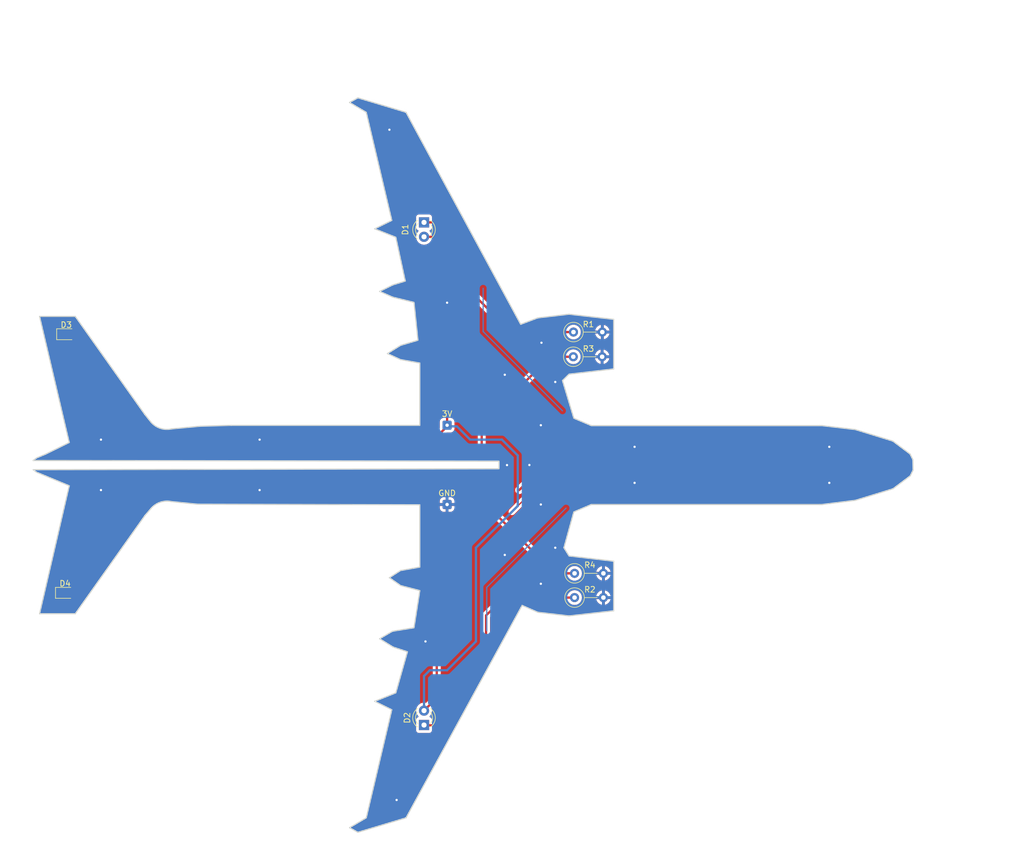
<source format=kicad_pcb>
(kicad_pcb (version 20221018) (generator pcbnew)
  (layers (0 "F.Cu" signal) (31 "B.Cu" signal) (34 "B.Paste" user) (35 "F.Paste" user) (36 "B.SilkS" user "B.Silkscreen") (37 "F.SilkS" user "F.Silkscreen") (38 "B.Mask" user) (39 "F.Mask" user) (44 "Edge.Cuts" user))
  (net 0 "")
  (net 1 "GND")
  (net 2 "+3V0")
  (net 3 "Net-(D1-K)")
  (net 4 "Net-(D2-K)")
  (net 5 "Net-(D4-K)")
  (net 6 "Net-(D3-K)")
  (footprint "Resistor_THT:R_Axial_DIN0309_L9.0mm_D3.2mm_P5.08mm_Vertical" (layer "F.Cu") (at 121.285 103.505)
    (fp_text reference "R3" (at 2.667 -1.397) (layer "F.SilkS"))
    (fp_text value "RC0201FR-0710KL" hide)
    (fp_line (start 1.72 0) (end 3.98 0) (stroke (width 0.12)) (layer "F.SilkS"))
    (fp_circle (center 0 0) (end 1.72 0) (stroke (width 0.12)) (fill none) (layer "F.SilkS"))
    (pad "1" thru_hole circle (at 0 0) (size 1.6 1.6) (drill 0.8) (layers "*.Cu" "*.Mask") (net 6 "Net-(D3-K)"))
    (pad "2" thru_hole oval (at 5.08 0) (size 1.6 1.6) (drill 0.8) (layers "*.Cu" "*.Mask") (net 1 "GND"))
  )
  (footprint "LED_THT:LED_D3.0mm_IRBlack" (layer "F.Cu") (at 94.996 168.402 90)
    (fp_text reference "D2" (at 1.27 -2.96 90) (layer "F.SilkS"))
    (fp_text value "TSAL4400" hide)
    (fp_line (start -0.29 -1.236) (end -0.29 -1.08) (stroke (width 0.12)) (layer "F.SilkS"))
    (fp_line (start -0.29 1.08) (end -0.29 1.236) (stroke (width 0.12)) (layer "F.SilkS"))
    (fp_arc (start -0.29 -1.235516) (mid 1.366487 -1.987659) (end 2.942335 -1.078608) (stroke (width 0.12)) (layer "F.SilkS"))
    (fp_arc (start 0.229039 -1.08) (mid 1.270117 -1.5) (end 2.31113 -1.079837) (stroke (width 0.12)) (layer "F.SilkS"))
    (fp_arc (start 2.31113 1.079837) (mid 1.270117 1.5) (end 0.229039 1.08) (stroke (width 0.12)) (layer "F.SilkS"))
    (fp_arc (start 2.942335 1.078608) (mid 1.366487 1.987659) (end -0.29 1.235516) (stroke (width 0.12)) (layer "F.SilkS"))
    (pad "1" thru_hole rect (at 0 0 90) (size 1.8 1.8) (drill 0.9) (layers "*.Cu" "*.Mask") (net 4 "Net-(D2-K)"))
    (pad "2" thru_hole circle (at 2.54 0 90) (size 1.8 1.8) (drill 0.9) (layers "*.Cu" "*.Mask") (net 2 "+3V0"))
  )
  (footprint "Connector_Wire:SolderWire-0.1sqmm_1x01_D0.4mm_OD1mm" (layer "F.Cu") (at 99.06 115.57)
    (fp_text reference "3V" (at 0 -2) (layer "F.SilkS"))
    (fp_text value "3v")
    (pad "1" thru_hole roundrect (at 0 0) (size 1.6 1.6) (drill 0.6) (layers "*.Cu" "*.Mask") (roundrect_rratio 0.15625) (net 2 "+3V0"))
  )
  (footprint "Resistor_THT:R_Axial_DIN0309_L9.0mm_D3.2mm_P5.08mm_Vertical" (layer "F.Cu") (at 121.506638 145.943629)
    (fp_text reference "R2" (at 2.699362 -1.417629) (layer "F.SilkS"))
    (fp_text value "RC0201FR-0710KL" hide)
    (fp_line (start 1.72 0) (end 3.98 0) (stroke (width 0.12)) (layer "F.SilkS"))
    (fp_circle (center 0 0) (end 1.72 0) (stroke (width 0.12)) (fill none) (layer "F.SilkS"))
    (pad "1" thru_hole circle (at 0 0) (size 1.6 1.6) (drill 0.8) (layers "*.Cu" "*.Mask") (net 4 "Net-(D2-K)"))
    (pad "2" thru_hole oval (at 5.08 0) (size 1.6 1.6) (drill 0.8) (layers "*.Cu" "*.Mask") (net 1 "GND"))
  )
  (footprint "Connector_Wire:SolderWire-0.1sqmm_1x01_D0.4mm_OD1mm" (layer "F.Cu") (at 99.06 129.54)
    (fp_text reference "GND" (at 0 -2) (layer "F.SilkS"))
    (fp_text value "GND")
    (pad "1" thru_hole roundrect (at 0 0) (size 1.6 1.6) (drill 0.6) (layers "*.Cu" "*.Mask") (roundrect_rratio 0.15625) (net 1 "GND"))
  )
  (footprint "Resistor_THT:R_Axial_DIN0309_L9.0mm_D3.2mm_P5.08mm_Vertical" (layer "F.Cu") (at 121.316161 99.155088)
    (fp_text reference "R1" (at 2.635839 -1.365088) (layer "F.SilkS"))
    (fp_text value "RC0201FR-0710KL" hide)
    (fp_line (start 1.72 0) (end 3.98 0) (stroke (width 0.12)) (layer "F.SilkS"))
    (fp_circle (center 0 0) (end 1.72 0) (stroke (width 0.12)) (fill none) (layer "F.SilkS"))
    (pad "1" thru_hole circle (at 0 0) (size 1.6 1.6) (drill 0.8) (layers "*.Cu" "*.Mask") (net 3 "Net-(D1-K)"))
    (pad "2" thru_hole oval (at 5.08 0) (size 1.6 1.6) (drill 0.8) (layers "*.Cu" "*.Mask") (net 1 "GND"))
  )
  (footprint "LED_SMD:LED_0805_2012Metric" (layer "F.Cu") (at 31.989381 99.535908)
    (fp_text reference "D3" (at 0 -1.65) (layer "F.SilkS"))
    (fp_text value "LED")
    (fp_line (start -1.685 -0.96) (end -1.685 0.96) (stroke (width 0.12)) (layer "F.SilkS"))
    (fp_line (start -1.685 0.96) (end 1 0.96) (stroke (width 0.12)) (layer "F.SilkS"))
    (fp_line (start 1 -0.96) (end -1.685 -0.96) (stroke (width 0.12)) (layer "F.SilkS"))
    (pad "1" smd roundrect (at -0.9375 0) (size 0.975 1.4) (layers "F.Cu" "F.Paste" "F.Mask") (net 6 "Net-(D3-K)"))
    (pad "2" smd roundrect (at 0.9375 0) (size 0.975 1.4) (layers "F.Cu" "F.Paste" "F.Mask") (net 2 "+3V0"))
  )
  (footprint "LED_SMD:LED_0805_2012Metric" (layer "F.Cu") (at 31.783443 145.111608)
    (fp_text reference "D4" (at 0 -1.65) (layer "F.SilkS"))
    (fp_text value "LED")
    (fp_line (start -1.685 -0.96) (end -1.685 0.96) (stroke (width 0.12)) (layer "F.SilkS"))
    (fp_line (start -1.685 0.96) (end 1 0.96) (stroke (width 0.12)) (layer "F.SilkS"))
    (fp_line (start 1 -0.96) (end -1.685 -0.96) (stroke (width 0.12)) (layer "F.SilkS"))
    (pad "1" smd roundrect (at -0.9375 0) (size 0.975 1.4) (layers "F.Cu" "F.Paste" "F.Mask") (net 5 "Net-(D4-K)"))
    (pad "2" smd roundrect (at 0.9375 0) (size 0.975 1.4) (layers "F.Cu" "F.Paste" "F.Mask") (net 2 "+3V0"))
  )
  (footprint "LED_THT:LED_D3.0mm_IRBlack" (layer "F.Cu") (at 94.996 79.827895 -90)
    (fp_text reference "D1" (at 1.27 3.302 90) (layer "F.SilkS"))
    (fp_text value "TSAL4400" hide)
    (fp_line (start -0.29 -1.236) (end -0.29 -1.08) (stroke (width 0.12)) (layer "F.SilkS"))
    (fp_line (start -0.29 1.08) (end -0.29 1.236) (stroke (width 0.12)) (layer "F.SilkS"))
    (fp_arc (start -0.29 -1.235516) (mid 1.366487 -1.987659) (end 2.942335 -1.078608) (stroke (width 0.12)) (layer "F.SilkS"))
    (fp_arc (start 0.229039 -1.08) (mid 1.270117 -1.5) (end 2.31113 -1.079837) (stroke (width 0.12)) (layer "F.SilkS"))
    (fp_arc (start 2.31113 1.079837) (mid 1.270117 1.5) (end 0.229039 1.08) (stroke (width 0.12)) (layer "F.SilkS"))
    (fp_arc (start 2.942335 1.078608) (mid 1.366487 1.987659) (end -0.29 1.235516) (stroke (width 0.12)) (layer "F.SilkS"))
    (pad "1" thru_hole rect (at 0 0 270) (size 1.8 1.8) (drill 0.9) (layers "*.Cu" "*.Mask") (net 3 "Net-(D1-K)"))
    (pad "2" thru_hole circle (at 2.54 0 270) (size 1.8 1.8) (drill 0.9) (layers "*.Cu" "*.Mask") (net 2 "+3V0"))
  )
  (footprint "Resistor_THT:R_Axial_DIN0309_L9.0mm_D3.2mm_P5.08mm_Vertical" (layer "F.Cu") (at 121.506789 141.673385)
    (fp_text reference "R4" (at 2.699211 -1.465385) (layer "F.SilkS"))
    (fp_text value "RC0201FR-0710KL" hide)
    (fp_line (start 1.72 0) (end 3.98 0) (stroke (width 0.12)) (layer "F.SilkS"))
    (fp_circle (center 0 0) (end 1.72 0) (stroke (width 0.12)) (fill none) (layer "F.SilkS"))
    (pad "1" thru_hole circle (at 0 0) (size 1.6 1.6) (drill 0.8) (layers "*.Cu" "*.Mask") (net 5 "Net-(D4-K)"))
    (pad "2" thru_hole oval (at 5.08 0) (size 1.6 1.6) (drill 0.8) (layers "*.Cu" "*.Mask") (net 1 "GND"))
  )
  (gr_line (start 86.312092 164.21905) (end 90.024649 162.737028) (stroke (width 0.2)) (layer "Edge.Cuts"))
  (gr_line (start 46.916972 115.043151) (end 45.831089 113.686831) (stroke (width 0.2)) (layer "Edge.Cuts"))
  (gr_line (start 32.512 126.238) (end 28.402318 124.532936) (stroke (width 0.2)) (layer "Edge.Cuts"))
  (gr_arc (start 50.525603 116.214018) (mid 48.562283 116.118639) (end 46.916972 115.043151) (stroke (width 0.2)) (layer "Edge.Cuts"))
  (gr_line (start 92.077219 155.489773) (end 89.555812 154.663441) (stroke (width 0.2)) (layer "Edge.Cuts"))
  (gr_line (start 94.247102 140.568975) (end 90.863321 141.174758) (stroke (width 0.2)) (layer "Edge.Cuts"))
  (gr_line (start 27.287262 96.396927) (end 32.512 118.618) (stroke (width 0.2)) (layer "Edge.Cuts"))
  (gr_curve (pts (xy 164.697634 129.54) (xy 164.830727 129.540327) (xy 164.963611 129.539966) (xy 165.096288 129.538916)) (stroke (width 0.2)) (layer "Edge.Cuts"))
  (gr_line (start 87.185043 91.988622) (end 89.492553 93.007027) (stroke (width 0.2)) (layer "Edge.Cuts"))
  (gr_line (start 94.253433 144.713848) (end 90.882118 143.829413) (stroke (width 0.2)) (layer "Edge.Cuts"))
  (gr_line (start 55.118001 129.491059) (end 50.546 129.032001) (stroke (width 0.2)) (layer "Edge.Cuts"))
  (gr_line (start 177.575568 126.770453) (end 170.971568 128.802453) (stroke (width 0.2)) (layer "Edge.Cuts"))
  (gr_line (start 81.884685 58.695198) (end 84.820409 60.429945) (stroke (width 0.2)) (layer "Edge.Cuts"))
  (gr_line (start 112.014 97.79) (end 115.027402 96.656729) (stroke (width 0.2)) (layer "Edge.Cuts"))
  (gr_line (start 87.185043 153.196285) (end 89.555812 154.663441) (stroke (width 0.2)) (layer "Edge.Cuts"))
  (gr_line (start 128.394056 105.65281) (end 120.525945 106.578618) (stroke (width 0.2)) (layer "Edge.Cuts"))
  (gr_line (start 88.550214 102.947322) (end 90.863321 104.01015) (stroke (width 0.2)) (layer "Edge.Cuts"))
  (gr_line (start 33.57337 96.396927) (end 45.831089 113.686831) (stroke (width 0.2)) (layer "Edge.Cuts"))
  (gr_line (start 27.287262 148.78798) (end 32.512 126.238) (stroke (width 0.2)) (layer "Edge.Cuts"))
  (gr_line (start 94.247102 104.615933) (end 90.863321 104.01015) (stroke (width 0.2)) (layer "Edge.Cuts"))
  (gr_line (start 94.247102 140.568975) (end 94.247102 129.592906) (stroke (width 0.2)) (layer "Edge.Cuts"))
  (gr_line (start 128.394056 139.532097) (end 120.525945 138.60629) (stroke (width 0.2)) (layer "Edge.Cuts"))
  (gr_line (start 128.394056 96.910465) (end 120.525945 96.009739) (stroke (width 0.2)) (layer "Edge.Cuts"))
  (gr_line (start 89.439217 151.874873) (end 93.227257 151.261013) (stroke (width 0.2)) (layer "Edge.Cuts"))
  (gr_line (start 83.352547 187.300799) (end 91.826116 184.754963) (stroke (width 0.2)) (layer "Edge.Cuts"))
  (gr_line (start 89.492553 90.847624) (end 91.694 90.17) (stroke (width 0.2)) (layer "Edge.Cuts"))
  (gr_line (start 27.287262 148.78798) (end 33.57337 148.78798) (stroke (width 0.2)) (layer "Edge.Cuts"))
  (gr_line (start 33.57337 148.78798) (end 45.831089 131.498077) (stroke (width 0.2)) (layer "Edge.Cuts"))
  (gr_line (start 181.131568 123.468453) (end 180.623568 124.484453) (stroke (width 0.2)) (layer "Edge.Cuts"))
  (gr_line (start 61.061644 115.592002) (end 55.614176 115.740306) (stroke (width 0.2)) (layer "Edge.Cuts"))
  (gr_line (start 89.322509 165.707617) (end 86.312092 164.21905) (stroke (width 0.2)) (layer "Edge.Cuts"))
  (gr_line (start 170.971568 128.802453) (end 165.096288 129.538916) (stroke (width 0.2)) (layer "Edge.Cuts"))
  (gr_line (start 94.247102 104.615933) (end 94.247102 115.592002) (stroke (width 0.2)) (layer "Edge.Cuts"))
  (gr_line (start 165.096288 115.645992) (end 170.942 116.332) (stroke (width 0.2)) (layer "Edge.Cuts"))
  (gr_line (start 32.512 118.618) (end 28.355295 120.665442) (stroke (width 0.2)) (layer "Edge.Cuts"))
  (gr_line (start 128.394056 148.274443) (end 128.394056 139.532097) (stroke (width 0.2)) (layer "Edge.Cuts"))
  (gr_line (start 84.820409 184.754963) (end 89.322509 165.707617) (stroke (width 0.2)) (layer "Edge.Cuts"))
  (gr_line (start 88.9 142.439987) (end 90.863321 141.174758) (stroke (width 0.2)) (layer "Edge.Cuts"))
  (gr_line (start 88.550214 102.947322) (end 90.863321 101.501108) (stroke (width 0.2)) (layer "Edge.Cuts"))
  (gr_line (start 112.268 147.32) (end 115.027402 148.528179) (stroke (width 0.2)) (layer "Edge.Cuts"))
  (gr_line (start 89.492553 90.847624) (end 87.185043 91.988622) (stroke (width 0.2)) (layer "Edge.Cuts"))
  (gr_line (start 28.355295 120.665442) (end 26.759484 121.331152) (stroke (width 0.2)) (layer "Edge.Cuts"))
  (gr_curve (pts (xy 164.697634 115.644907) (xy 164.830727 115.644581) (xy 164.963611 115.644942) (xy 165.096288 115.645992)) (stroke (width 0.2)) (layer "Edge.Cuts"))
  (gr_line (start 26.181779 123.40709) (end 108.198816 123.240546) (stroke (width 0.2)) (layer "Edge.Cuts"))
  (gr_line (start 27.287262 96.396927) (end 33.57337 96.396927) (stroke (width 0.2)) (layer "Edge.Cuts"))
  (gr_line (start 108.198816 123.240546) (end 108.199032 121.907174) (stroke (width 0.2)) (layer "Edge.Cuts"))
  (gr_line (start 181.102 121.666) (end 181.131568 123.468453) (stroke (width 0.2)) (layer "Edge.Cuts"))
  (gr_line (start 170.942 116.332) (end 177.546 118.364) (stroke (width 0.2)) (layer "Edge.Cuts"))
  (gr_line (start 46.937369 130.202868) (end 45.831089 131.498077) (stroke (width 0.2)) (layer "Edge.Cuts"))
  (gr_arc (start 46.937369 130.202868) (mid 48.58268 129.12738) (end 50.546 129.032001) (stroke (width 0.2)) (layer "Edge.Cuts"))
  (gr_line (start 55.614176 115.740306) (end 50.525603 116.214019) (stroke (width 0.2)) (layer "Edge.Cuts"))
  (gr_line (start 93.922839 100.593842) (end 93.227257 93.923895) (stroke (width 0.2)) (layer "Edge.Cuts"))
  (gr_line (start 115.027402 148.528179) (end 120.525945 149.175169) (stroke (width 0.2)) (layer "Edge.Cuts"))
  (gr_line (start 89.322509 79.477291) (end 86.312092 80.965858) (stroke (width 0.2)) (layer "Edge.Cuts"))
  (gr_line (start 90.024649 82.44788) (end 91.694 90.17) (stroke (width 0.2)) (layer "Edge.Cuts"))
  (gr_line (start 115.027402 96.656729) (end 120.525945 96.009739) (stroke (width 0.2)) (layer "Edge.Cuts"))
  (gr_line (start 81.884685 58.695198) (end 83.352547 57.884109) (stroke (width 0.2)) (layer "Edge.Cuts"))
  (gr_line (start 120.525945 138.60629) (end 119.634 137.16) (stroke (width 0.2)) (layer "Edge.Cuts"))
  (gr_line (start 26.74222 123.840408) (end 28.402318 124.532936) (stroke (width 0.2)) (layer "Edge.Cuts"))
  (gr_line (start 121.378831 114.338573) (end 124.46 115.644907) (stroke (width 0.2)) (layer "Edge.Cuts"))
  (gr_line (start 119.634 137.16) (end 121.378831 130.846335) (stroke (width 0.2)) (layer "Edge.Cuts"))
  (gr_line (start 81.884685 186.48971) (end 83.352547 187.300799) (stroke (width 0.2)) (layer "Edge.Cuts"))
  (gr_line (start 94.253433 144.713848) (end 93.227257 151.261013) (stroke (width 0.2)) (layer "Edge.Cuts"))
  (gr_line (start 91.826116 60.429945) (end 112.014 97.79) (stroke (width 0.2)) (layer "Edge.Cuts"))
  (gr_line (start 120.525945 149.175169) (end 128.394056 148.274443) (stroke (width 0.2)) (layer "Edge.Cuts"))
  (gr_line (start 26.759484 121.331152) (end 26.169787 121.78709) (stroke (width 0.2)) (layer "Edge.Cuts"))
  (gr_line (start 84.820409 60.429945) (end 89.322509 79.477291) (stroke (width 0.2)) (layer "Edge.Cuts"))
  (gr_line (start 128.394056 96.910465) (end 128.394056 105.65281) (stroke (width 0.2)) (layer "Edge.Cuts"))
  (gr_line (start 91.826116 184.754963) (end 112.268 147.32) (stroke (width 0.2)) (layer "Edge.Cuts"))
  (gr_line (start 89.439217 151.874873) (end 87.185043 153.196285) (stroke (width 0.2)) (layer "Edge.Cuts"))
  (gr_line (start 124.46 115.644907) (end 164.697634 115.644907) (stroke (width 0.2)) (layer "Edge.Cuts"))
  (gr_line (start 121.378831 114.338573) (end 119.38 107.696) (stroke (width 0.2)) (layer "Edge.Cuts"))
  (gr_line (start 89.492553 93.007027) (end 93.227257 93.923895) (stroke (width 0.2)) (layer "Edge.Cuts"))
  (gr_line (start 124.46 129.54) (end 164.697634 129.54) (stroke (width 0.2)) (layer "Edge.Cuts"))
  (gr_line (start 83.352547 57.884109) (end 91.826116 60.429945) (stroke (width 0.2)) (layer "Edge.Cuts"))
  (gr_line (start 26.181779 123.40709) (end 26.74222 123.840408) (stroke (width 0.2)) (layer "Edge.Cuts"))
  (gr_line (start 26.169787 121.78709) (end 108.199032 121.907174) (stroke (width 0.2)) (layer "Edge.Cuts"))
  (gr_line (start 121.378831 130.846335) (end 124.46 129.54) (stroke (width 0.2)) (layer "Edge.Cuts"))
  (gr_line (start 180.623568 124.484453) (end 177.575568 126.770453) (stroke (width 0.2)) (layer "Edge.Cuts"))
  (gr_line (start 94.247102 129.592906) (end 55.118001 129.491059) (stroke (width 0.2)) (layer "Edge.Cuts"))
  (gr_line (start 86.312092 80.965858) (end 90.024649 82.44788) (stroke (width 0.2)) (layer "Edge.Cuts"))
  (gr_line (start 94.247102 115.592002) (end 61.061644 115.592002) (stroke (width 0.2)) (layer "Edge.Cuts"))
  (gr_line (start 177.546 118.364) (end 180.594 120.65) (stroke (width 0.2)) (layer "Edge.Cuts"))
  (gr_line (start 90.863321 101.501108) (end 93.922839 100.593842) (stroke (width 0.2)) (layer "Edge.Cuts"))
  (gr_line (start 180.594 120.65) (end 181.102 121.666) (stroke (width 0.2)) (layer "Edge.Cuts"))
  (gr_line (start 90.024649 162.737028) (end 92.077219 155.489773) (stroke (width 0.2)) (layer "Edge.Cuts"))
  (gr_line (start 119.38 107.696) (end 120.525945 106.578618) (stroke (width 0.2)) (layer "Edge.Cuts"))
  (gr_line (start 81.884685 186.48971) (end 84.820409 184.754963) (stroke (width 0.2)) (layer "Edge.Cuts"))
  (gr_line (start 90.863321 101.501108) (end 90.863321 101.501108) (stroke (width 0.2)) (layer "Edge.Cuts"))
  (gr_line (start 88.9 142.439987) (end 90.882118 143.829413) (stroke (width 0.2)) (layer "Edge.Cuts"))
  (segment (start 115.57 121.92) (end 177.8 121.92) (width 0.4) (layer "F.Cu") (net 0))
  (segment (start 171.45 127) (end 172.72 125.73) (width 0.2) (layer "F.Cu") (net 0))
  (segment (start 113.03 128.27) (end 110.49 130.81) (width 0.2) (layer "F.Cu") (net 0))
  (segment (start 177.8 123.19) (end 179.07 123.19) (width 0.4) (layer "F.Cu") (net 0))
  (segment (start 113.03 134.62) (end 120.65 127) (width 0.2) (layer "F.Cu") (net 0))
  (segment (start 116.84 120.65) (end 110.49 114.3) (width 0.2) (layer "F.Cu") (net 0))
  (segment (start 110.49 130.81) (end 116.84 124.46) (width 0.2) (layer "F.Cu") (net 0))
  (segment (start 172.72 119.38) (end 171.45 118.11) (width 0.2) (layer "F.Cu") (net 0))
  (segment (start 177.8 120.65) (end 116.84 120.65) (width 0.2) (layer "F.Cu") (net 0))
  (segment (start 116.84 124.46) (end 177.8 124.46) (width 0.2) (layer "F.Cu") (net 0))
  (segment (start 177.8 121.92) (end 179.07 121.92) (width 0.4) (layer "F.Cu") (net 0))
  (segment (start 111.76 127) (end 115.57 123.19) (width 0.4) (layer "F.Cu") (net 0))
  (segment (start 120.65 127) (end 171.45 127) (width 0.2) (layer "F.Cu") (net 0))
  (segment (start 111.76 118.11) (end 115.57 121.92) (width 0.4) (layer "F.Cu") (net 0))
  (segment (start 171.45 118.11) (end 120.65 118.11) (width 0.2) (layer "F.Cu") (net 0))
  (segment (start 115.57 123.19) (end 177.8 123.19) (width 0.4) (layer "F.Cu") (net 0))
  (segment (start 120.65 118.11) (end 113.03 110.49) (width 0.2) (layer "F.Cu") (net 0))
  (segment (start 120.015 130.175) (end 106.045 144.145) (width 0.2) (layer "B.Cu") (net 0))
  (segment (start 105.41 99.06) (end 105.41 91.44) (width 0.2) (layer "B.Cu") (net 0))
  (segment (start 106.045 144.145) (end 106.045 151.765) (width 0.2) (layer "B.Cu") (net 0))
  (segment (start 119.38 113.03) (end 105.41 99.06) (width 0.2) (layer "B.Cu") (net 0))
  (via (at 99.06 93.98) (size 0.8) (drill 0.4) (layers "F.Cu" "B.Cu") (net 1))
  (via (at 115.678895 101.037316) (size 0.8) (drill 0.4) (layers "F.Cu" "B.Cu") (net 1))
  (via (at 118.11 137.16) (size 0.8) (drill 0.4) (layers "F.Cu" "B.Cu") (net 1))
  (via (at 113.551604 122.580624) (size 0.8) (drill 0.4) (layers "F.Cu" "B.Cu") (net 1))
  (via (at 109.609167 122.594831) (size 0.8) (drill 0.4) (layers "F.Cu" "B.Cu") (net 1))
  (via (at 109.22 138.43) (size 0.8) (drill 0.4) (layers "F.Cu" "B.Cu") (net 1))
  (via (at 118.11 107.95) (size 0.8) (drill 0.4) (layers "F.Cu" "B.Cu") (net 1))
  (via (at 115.57 115.57) (size 0.8) (drill 0.4) (layers "F.Cu" "B.Cu") (net 1))
  (via (at 115.57 129.54) (size 0.8) (drill 0.4) (layers "F.Cu" "B.Cu") (net 1))
  (via (at 66.04 118.11) (size 0.8) (drill 0.4) (layers "F.Cu" "B.Cu") (net 1))
  (via (at 166.37 125.73) (size 0.8) (drill 0.4) (layers "F.Cu" "B.Cu") (net 1))
  (via (at 88.9 63.5) (size 0.8) (drill 0.4) (layers "F.Cu" "B.Cu") (net 1))
  (via (at 66.04 127) (size 0.8) (drill 0.4) (layers "F.Cu" "B.Cu") (net 1))
  (via (at 115.57 143.51) (size 0.8) (drill 0.4) (layers "F.Cu" "B.Cu") (net 1))
  (via (at 166.37 119.38) (size 0.8) (drill 0.4) (layers "F.Cu" "B.Cu") (net 1))
  (via (at 90.17 181.61) (size 0.8) (drill 0.4) (layers "F.Cu" "B.Cu") (net 1))
  (via (at 109.22 106.68) (size 0.8) (drill 0.4) (layers "F.Cu" "B.Cu") (net 1))
  (via (at 38.1 127) (size 0.8) (drill 0.4) (layers "F.Cu" "B.Cu") (net 1))
  (via (at 132.08 119.38) (size 0.8) (drill 0.4) (layers "F.Cu" "B.Cu") (net 1))
  (via (at 38.1 118.11) (size 0.8) (drill 0.4) (layers "F.Cu" "B.Cu") (net 1))
  (via (at 95.25 153.67) (size 0.8) (drill 0.4) (layers "F.Cu" "B.Cu") (net 1))
  (via (at 132.08 125.73) (size 0.8) (drill 0.4) (layers "F.Cu" "B.Cu") (net 1))
  (segment (start 120.65 127) (end 115.57 132.08) (width 0.2) (layer "B.Cu") (net 1))
  (segment (start 120.65 118.11) (end 115.57 113.03) (width 0.2) (layer "B.Cu") (net 1))
  (segment (start 171.45 125.73) (end 170.18 127) (width 0.2) (layer "B.Cu") (net 1))
  (segment (start 171.45 119.38) (end 170.18 118.11) (width 0.2) (layer "B.Cu") (net 1))
  (segment (start 116.84 124.46) (end 114.3 127) (width 0.2) (layer "B.Cu") (net 1))
  (segment (start 138.43 120.65) (end 116.84 120.65) (width 0.2) (layer "B.Cu") (net 1))
  (segment (start 116.84 120.65) (end 110.49 114.3) (width 0.2) (layer "B.Cu") (net 1))
  (segment (start 115.57 121.92) (end 113.03 119.38) (width 0.2) (layer "B.Cu") (net 1))
  (segment (start 176.53 120.65) (end 138.43 120.65) (width 0.2) (layer "B.Cu") (net 1))
  (segment (start 170.18 127) (end 120.65 127) (width 0.2) (layer "B.Cu") (net 1))
  (segment (start 170.18 118.11) (end 120.65 118.11) (width 0.2) (layer "B.Cu") (net 1))
  (segment (start 176.53 124.46) (end 118.11 124.46) (width 0.2) (layer "B.Cu") (net 1))
  (segment (start 118.11 124.46) (end 116.84 124.46) (width 0.2) (layer "B.Cu") (net 1))
  (segment (start 177.8 123.19) (end 115.57 123.19) (width 0.2) (layer "B.Cu") (net 1))
  (segment (start 177.8 121.92) (end 115.57 121.92) (width 0.2) (layer "B.Cu") (net 1))
  (segment (start 115.57 123.19) (end 113.03 125.73) (width 0.2) (layer "B.Cu") (net 1))
  (segment (start 102.616 152.4) (end 102.616 127.508) (width 0.4) (layer "F.Cu") (net 2))
  (segment (start 32.72006 145.110725) (end 32.720943 145.111608) (width 0.4) (layer "F.Cu") (net 2))
  (segment (start 47.831486 125.142514) (end 32.72006 140.25394) (width 0.4) (layer "F.Cu") (net 2))
  (segment (start 32.926881 104.554881) (end 48.514 120.142) (width 0.4) (layer "F.Cu") (net 2))
  (segment (start 102.87 107.696) (end 102.87 94.234) (width 0.4) (layer "F.Cu") (net 2))
  (segment (start 97.237452 163.620548) (end 97.237452 157.778548) (width 0.4) (layer "F.Cu") (net 2))
  (segment (start 97.642462 83.312) (end 96.698357 82.367895) (width 0.4) (layer "F.Cu") (net 2))
  (segment (start 48.514 120.142) (end 94.687638 120.142) (width 0.4) (layer "F.Cu") (net 2))
  (segment (start 100.250514 125.142514) (end 47.831486 125.142514) (width 0.4) (layer "F.Cu") (net 2))
  (segment (start 94.996 165.862) (end 97.237452 163.620548) (width 0.4) (layer "F.Cu") (net 2))
  (segment (start 97.237452 157.778548) (end 102.616 152.4) (width 0.4) (layer "F.Cu") (net 2))
  (segment (start 99.06 115.769638) (end 99.06 111.506) (width 0.4) (layer "F.Cu") (net 2))
  (segment (start 96.698357 82.367895) (end 94.996 82.367895) (width 0.4) (layer "F.Cu") (net 2))
  (segment (start 32.926881 99.535908) (end 32.926881 104.554881) (width 0.4) (layer "F.Cu") (net 2))
  (segment (start 94.687638 120.142) (end 99.06 115.769638) (width 0.4) (layer "F.Cu") (net 2))
  (segment (start 102.616 127.508) (end 100.250514 125.142514) (width 0.4) (layer "F.Cu") (net 2))
  (segment (start 32.72006 140.25394) (end 32.72006 145.110725) (width 0.4) (layer "F.Cu") (net 2))
  (segment (start 99.06 111.506) (end 102.87 107.696) (width 0.4) (layer "F.Cu") (net 2))
  (segment (start 97.642462 89.006462) (end 97.642462 83.312) (width 0.4) (layer "F.Cu") (net 2))
  (segment (start 102.87 94.234) (end 97.642462 89.006462) (width 0.4) (layer "F.Cu") (net 2))
  (segment (start 100.783638 115.769638) (end 103.124 118.11) (width 0.4) (layer "B.Cu") (net 2))
  (segment (start 111.506 129.794) (end 104.14 137.16) (width 0.4) (layer "B.Cu") (net 2))
  (segment (start 104.14 153.67) (end 99.06 158.75) (width 0.4) (layer "B.Cu") (net 2))
  (segment (start 94.996 159.766) (end 94.996 165.862) (width 0.4) (layer "B.Cu") (net 2))
  (segment (start 96.012 158.75) (end 94.996 159.766) (width 0.4) (layer "B.Cu") (net 2))
  (segment (start 99.06 115.769638) (end 100.783638 115.769638) (width 0.4) (layer "B.Cu") (net 2))
  (segment (start 103.124 118.11) (end 108.712 118.11) (width 0.4) (layer "B.Cu") (net 2))
  (segment (start 111.506 120.904) (end 111.506 129.794) (width 0.4) (layer "B.Cu") (net 2))
  (segment (start 104.14 137.16) (end 104.14 153.67) (width 0.4) (layer "B.Cu") (net 2))
  (segment (start 108.712 118.11) (end 111.506 120.904) (width 0.4) (layer "B.Cu") (net 2))
  (segment (start 99.06 158.75) (end 96.012 158.75) (width 0.4) (layer "B.Cu") (net 2))
  (segment (start 101.092 81.534) (end 99.385895 79.827895) (width 0.4) (layer "F.Cu") (net 3))
  (segment (start 94.996 79.827895) (end 99.385895 79.827895) (width 0.4) (layer "F.Cu") (net 3))
  (segment (start 121.316161 99.155088) (end 110.331088 99.155088) (width 0.4) (layer "F.Cu") (net 3))
  (segment (start 110.331088 99.155088) (end 101.092 89.916) (width 0.4) (layer "F.Cu") (net 3))
  (segment (start 101.092 89.916) (end 101.092 81.534) (width 0.4) (layer "F.Cu") (net 3))
  (segment (start 95.04899 168.45499) (end 98.49901 168.45499) (width 0.4) (layer "F.Cu") (net 4))
  (segment (start 100.838 161.036) (end 105.918 155.956) (width 0.4) (layer "F.Cu") (net 4))
  (segment (start 94.996 168.402) (end 95.04899 168.45499) (width 0.4) (layer "F.Cu") (net 4))
  (segment (start 110.236 144.78) (end 114.3 144.78) (width 0.4) (layer "F.Cu") (net 4))
  (segment (start 100.838 166.116) (end 100.838 161.036) (width 0.4) (layer "F.Cu") (net 4))
  (segment (start 98.49901 168.45499) (end 100.838 166.116) (width 0.4) (layer "F.Cu") (net 4))
  (segment (start 115.463629 145.943629) (end 121.506638 145.943629) (width 0.4) (layer "F.Cu") (net 4))
  (segment (start 105.918 155.956) (end 105.918 149.098) (width 0.4) (layer "F.Cu") (net 4))
  (segment (start 114.3 144.78) (end 115.463629 145.943629) (width 0.4) (layer "F.Cu") (net 4))
  (segment (start 105.918 149.098) (end 110.236 144.78) (width 0.4) (layer "F.Cu") (net 4))
  (segment (start 118.051385 141.673385) (end 121.506789 141.673385) (width 0.4) (layer "F.Cu") (net 5))
  (segment (start 100.592 124.214) (end 118.051385 141.673385) (width 0.4) (layer "F.Cu") (net 5))
  (segment (start 47.236 124.214) (end 100.592 124.214) (width 0.4) (layer "F.Cu") (net 5))
  (segment (start 30.845943 140.604057) (end 47.236 124.214) (width 0.4) (layer "F.Cu") (net 5))
  (segment (start 30.845943 145.111608) (end 30.845943 140.604057) (width 0.4) (layer "F.Cu") (net 5))
  (segment (start 103.632 121.158) (end 46.736 121.158) (width 0.4) (layer "F.Cu") (net 6))
  (segment (start 105.156 119.634) (end 103.632 121.158) (width 0.4) (layer "F.Cu") (net 6))
  (segment (start 121.285 103.505) (end 117.221 103.505) (width 0.4) (layer "F.Cu") (net 6))
  (segment (start 105.156 115.57) (end 105.156 119.634) (width 0.4) (layer "F.Cu") (net 6))
  (segment (start 31.051881 99.535908) (end 31.051881 105.473881) (width 0.4) (layer "F.Cu") (net 6))
  (segment (start 46.736 121.158) (end 31.463443 105.885443) (width 0.4) (layer "F.Cu") (net 6))
  (segment (start 31.051881 105.473881) (end 31.463443 105.885443) (width 0.4) (layer "F.Cu") (net 6))
  (segment (start 117.221 103.505) (end 105.156 115.57) (width 0.4) (layer "F.Cu") (net 6))
  (zone (net 1) (net_name "GND") (layer "F.Cu") (priority 1) (connect_pads (clearance 0.5)) (min_thickness 0.25) (fill yes (thermal_gap 0.5) (thermal_bridge_width 0.5))
    (polygon (pts (xy 200.66 106.68) (xy 167.64 157.48) (xy 81.28 193.04) (xy 20.32 149.86) (xy 20.32 86.36) (xy 83.82 40.64) (xy 142.24 106.68)))
  )
  (zone (net 1) (net_name "GND") (layers "F&B.Cu") (connect_pads (clearance 0.5)) (min_thickness 0.25) (fill yes (thermal_gap 0.5) (thermal_bridge_width 0.5))
    (polygon (pts (xy 139.7 99.06) (xy 200.66 106.68) (xy 167.64 157.48) (xy 81.28 193.04) (xy 20.32 149.86) (xy 20.32 86.36) (xy 83.82 40.64)))
  )
)
</source>
